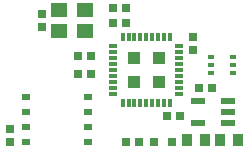
<source format=gtp>
G04 #@! TF.FileFunction,Paste,Top*
%FSLAX46Y46*%
G04 Gerber Fmt 4.6, Leading zero omitted, Abs format (unit mm)*
G04 Created by KiCad (PCBNEW 4.0.5+dfsg1-4) date Wed Feb 22 13:20:50 2017*
%MOMM*%
%LPD*%
G01*
G04 APERTURE LIST*
%ADD10C,0.150000*%
%ADD11R,0.500380X0.398780*%
%ADD12R,0.749300X0.500380*%
%ADD13R,1.198880X0.548640*%
%ADD14R,0.797560X0.797560*%
%ADD15R,0.975360X0.975360*%
%ADD16R,0.749300X0.299720*%
%ADD17R,0.299720X0.749300*%
%ADD18R,1.397000X1.193800*%
%ADD19R,0.698500X0.800100*%
%ADD20R,0.800100X0.698500*%
%ADD21R,0.899160X1.000760*%
G04 APERTURE END LIST*
D10*
D11*
X-3337560Y1463040D03*
X-3337560Y812800D03*
X-3337560Y162560D03*
X-1437640Y162560D03*
X-1437640Y812800D03*
X-1437640Y1463040D03*
D12*
X-13759180Y-3175000D03*
X-13759180Y-1905000D03*
X-13759180Y-4445000D03*
X-19006820Y-1905000D03*
X-19006820Y-3175000D03*
X-19006820Y-4445000D03*
X-19006820Y-5715000D03*
X-13759180Y-5715000D03*
D13*
X-1851660Y-4124960D03*
X-1851660Y-3175000D03*
X-1851660Y-2225040D03*
X-4447540Y-2225040D03*
X-4449600Y-4125000D03*
D14*
X-8115300Y-5689600D03*
X-6616700Y-5689600D03*
D15*
X-9829800Y-660400D03*
X-7747000Y-660400D03*
X-7747000Y1422400D03*
D16*
X-11564620Y2382520D03*
X-11564620Y1882140D03*
X-11564620Y1381760D03*
X-11564620Y881380D03*
X-11564620Y381000D03*
X-11564620Y-119380D03*
X-11564620Y-619760D03*
X-11564620Y-1120140D03*
X-11564620Y-1620520D03*
D17*
X-10789920Y-2395220D03*
X-10289540Y-2395220D03*
X-9789160Y-2395220D03*
X-9288780Y-2395220D03*
X-8788400Y-2395220D03*
X-8288020Y-2395220D03*
X-7787640Y-2395220D03*
X-7287260Y-2395220D03*
X-6786880Y-2395220D03*
D16*
X-6012180Y-1620520D03*
X-6012180Y-1120140D03*
X-6012180Y-619760D03*
X-6012180Y-119380D03*
X-6012180Y381000D03*
X-6012180Y881380D03*
X-6012180Y1381760D03*
X-6012180Y1882140D03*
X-6012180Y2382520D03*
D17*
X-6786880Y3157220D03*
X-7287260Y3157220D03*
X-7787640Y3157220D03*
X-8288020Y3157220D03*
X-8788400Y3157220D03*
X-9288780Y3157220D03*
X-9789160Y3157220D03*
X-10289540Y3157220D03*
X-10789920Y3157220D03*
D15*
X-9829800Y1422400D03*
D18*
X-16212820Y3721100D03*
X-16212820Y5422900D03*
X-14013180Y5422900D03*
X-14013180Y3721100D03*
D19*
X-20320000Y-5679440D03*
X-20320000Y-4582160D03*
D20*
X-4358640Y-1168400D03*
X-3261360Y-1168400D03*
D19*
X-17627600Y4023360D03*
X-17627600Y5120640D03*
D20*
X-14569440Y0D03*
X-13472160Y0D03*
X-10525760Y4368800D03*
X-11623040Y4368800D03*
X-7025640Y-3556000D03*
X-5928360Y-3556000D03*
D19*
X-4800600Y2092960D03*
X-4800600Y3190240D03*
D20*
X-11623040Y5588000D03*
X-10525760Y5588000D03*
X-13472160Y1524000D03*
X-14569440Y1524000D03*
X-9382760Y-5740400D03*
X-10480040Y-5740400D03*
D21*
X-5323840Y-5588000D03*
X-3820160Y-5588000D03*
X-1026160Y-5588000D03*
X-2529840Y-5588000D03*
M02*

</source>
